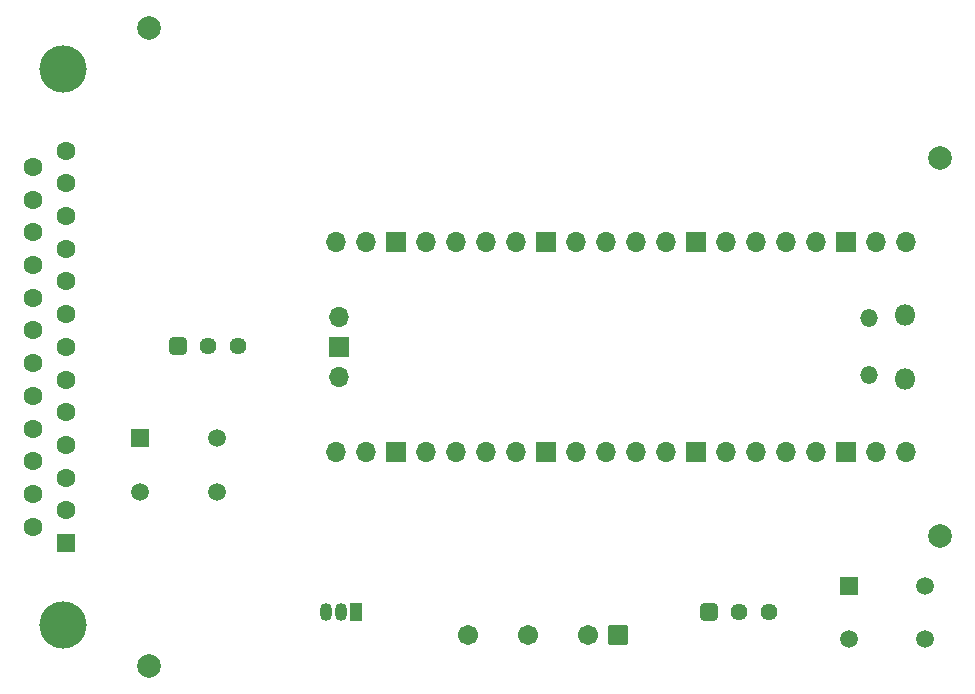
<source format=gbr>
%TF.GenerationSoftware,KiCad,Pcbnew,8.0.4*%
%TF.CreationDate,2025-01-16T17:17:22-06:00*%
%TF.ProjectId,KiCad-Pi-Pico,4b694361-642d-4506-992d-5069636f2e6b,1.0*%
%TF.SameCoordinates,Original*%
%TF.FileFunction,Soldermask,Bot*%
%TF.FilePolarity,Negative*%
%FSLAX46Y46*%
G04 Gerber Fmt 4.6, Leading zero omitted, Abs format (unit mm)*
G04 Created by KiCad (PCBNEW 8.0.4) date 2025-01-16 17:17:22*
%MOMM*%
%LPD*%
G01*
G04 APERTURE LIST*
G04 Aperture macros list*
%AMRoundRect*
0 Rectangle with rounded corners*
0 $1 Rounding radius*
0 $2 $3 $4 $5 $6 $7 $8 $9 X,Y pos of 4 corners*
0 Add a 4 corners polygon primitive as box body*
4,1,4,$2,$3,$4,$5,$6,$7,$8,$9,$2,$3,0*
0 Add four circle primitives for the rounded corners*
1,1,$1+$1,$2,$3*
1,1,$1+$1,$4,$5*
1,1,$1+$1,$6,$7*
1,1,$1+$1,$8,$9*
0 Add four rect primitives between the rounded corners*
20,1,$1+$1,$2,$3,$4,$5,0*
20,1,$1+$1,$4,$5,$6,$7,0*
20,1,$1+$1,$6,$7,$8,$9,0*
20,1,$1+$1,$8,$9,$2,$3,0*%
G04 Aperture macros list end*
%ADD10RoundRect,0.102000X0.750000X0.750000X-0.750000X0.750000X-0.750000X-0.750000X0.750000X-0.750000X0*%
%ADD11C,1.704000*%
%ADD12O,1.800000X1.800000*%
%ADD13O,1.500000X1.500000*%
%ADD14O,1.700000X1.700000*%
%ADD15R,1.700000X1.700000*%
%ADD16RoundRect,0.250000X0.470000X-0.470000X0.470000X0.470000X-0.470000X0.470000X-0.470000X-0.470000X0*%
%ADD17C,1.440000*%
%ADD18R,1.498600X1.498600*%
%ADD19C,1.498600*%
%ADD20R,1.016000X1.524000*%
%ADD21O,1.016000X1.524000*%
%ADD22C,2.000000*%
%ADD23C,4.000000*%
%ADD24R,1.600000X1.600000*%
%ADD25C,1.600000*%
G04 APERTURE END LIST*
D10*
%TO.C,U4*%
X149687500Y-124420000D03*
D11*
X147147500Y-124420000D03*
X142067500Y-124420000D03*
X136987500Y-124420000D03*
%TD*%
D12*
%TO.C,U1*%
X174000000Y-97275000D03*
D13*
X170970000Y-97575000D03*
X170970000Y-102425000D03*
D12*
X174000000Y-102725000D03*
D14*
X174130000Y-91110000D03*
X171590000Y-91110000D03*
D15*
X169050000Y-91110000D03*
D14*
X166510000Y-91110000D03*
X163970000Y-91110000D03*
X161430000Y-91110000D03*
X158890000Y-91110000D03*
D15*
X156350000Y-91110000D03*
D14*
X153810000Y-91110000D03*
X151270000Y-91110000D03*
X148730000Y-91110000D03*
X146190000Y-91110000D03*
D15*
X143650000Y-91110000D03*
D14*
X141110000Y-91110000D03*
X138570000Y-91110000D03*
X136030000Y-91110000D03*
X133490000Y-91110000D03*
D15*
X130950000Y-91110000D03*
D14*
X128410000Y-91110000D03*
X125870000Y-91110000D03*
X125870000Y-108890000D03*
X128410000Y-108890000D03*
D15*
X130950000Y-108890000D03*
D14*
X133490000Y-108890000D03*
X136030000Y-108890000D03*
X138570000Y-108890000D03*
X141110000Y-108890000D03*
D15*
X143650000Y-108890000D03*
D14*
X146190000Y-108890000D03*
X148730000Y-108890000D03*
X151270000Y-108890000D03*
X153810000Y-108890000D03*
D15*
X156350000Y-108890000D03*
D14*
X158890000Y-108890000D03*
X161430000Y-108890000D03*
X163970000Y-108890000D03*
X166510000Y-108890000D03*
D15*
X169050000Y-108890000D03*
D14*
X171590000Y-108890000D03*
X174130000Y-108890000D03*
X126100000Y-97460000D03*
D15*
X126100000Y-100000000D03*
D14*
X126100000Y-102540000D03*
%TD*%
D16*
%TO.C,RV1*%
X157460000Y-122500000D03*
D17*
X160000000Y-122500000D03*
X162540000Y-122500000D03*
%TD*%
D18*
%TO.C,SW1*%
X169249999Y-120260599D03*
D19*
X175750000Y-120260599D03*
X169249999Y-124760600D03*
X175750000Y-124760600D03*
%TD*%
D20*
%TO.C,U5*%
X127500000Y-122500000D03*
D21*
X126230000Y-122500000D03*
X124960000Y-122500000D03*
%TD*%
D22*
%TO.C,REF\u002A\u002A*%
X110000000Y-73000000D03*
%TD*%
%TO.C,REF\u002A\u002A*%
X177000000Y-116000000D03*
%TD*%
D16*
%TO.C,RV2*%
X112460000Y-99897500D03*
D17*
X115000000Y-99897500D03*
X117540000Y-99897500D03*
%TD*%
D22*
%TO.C,REF\u002A\u002A*%
X177000000Y-84000000D03*
%TD*%
D18*
%TO.C,SW2*%
X109249999Y-107760599D03*
D19*
X115750000Y-107760599D03*
X109249999Y-112260600D03*
X115750000Y-112260600D03*
%TD*%
D22*
%TO.C,REF\u002A\u002A*%
X110000000Y-127000000D03*
%TD*%
D23*
%TO.C,J1*%
X102705331Y-123555000D03*
X102705331Y-76455000D03*
D24*
X103005331Y-116625000D03*
D25*
X103005331Y-113855000D03*
X103005331Y-111085000D03*
X103005331Y-108315000D03*
X103005331Y-105545000D03*
X103005331Y-102775000D03*
X103005331Y-100005000D03*
X103005331Y-97235000D03*
X103005331Y-94465000D03*
X103005331Y-91695000D03*
X103005331Y-88925000D03*
X103005331Y-86155000D03*
X103005331Y-83385000D03*
X100165331Y-115240000D03*
X100165331Y-112470000D03*
X100165331Y-109700000D03*
X100165331Y-106930000D03*
X100165331Y-104160000D03*
X100165331Y-101390000D03*
X100165331Y-98620000D03*
X100165331Y-95850000D03*
X100165331Y-93080000D03*
X100165331Y-90310000D03*
X100165331Y-87540000D03*
X100165331Y-84770000D03*
%TD*%
M02*

</source>
